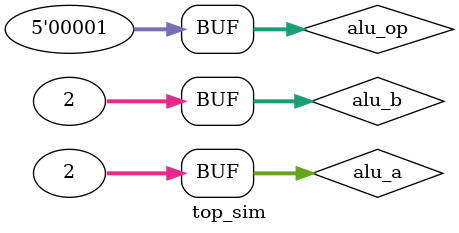
<source format=v>
`timescale 1ns / 1ps


module top_sim;

	// Inputs
	reg [31:0] alu_a;
	reg [31:0] alu_b;
	reg [4:0] alu_op;

	// Outputs
	wire [31:0] alu_out;

	// Instantiate the Unit Under Test (UUT)
	top f (
		.alu_a(alu_a), 
		.alu_b(alu_b), 
		.alu_op(alu_op), 
		.alu_out(alu_out)
	);

	initial begin
		// Initialize Inputs
		alu_a = 2;
		alu_b = 2;
		alu_op = 1;

		// Wait 100 ns for global reset to finish
		#100;
        
		// Add stimulus here

	end
      
endmodule


</source>
